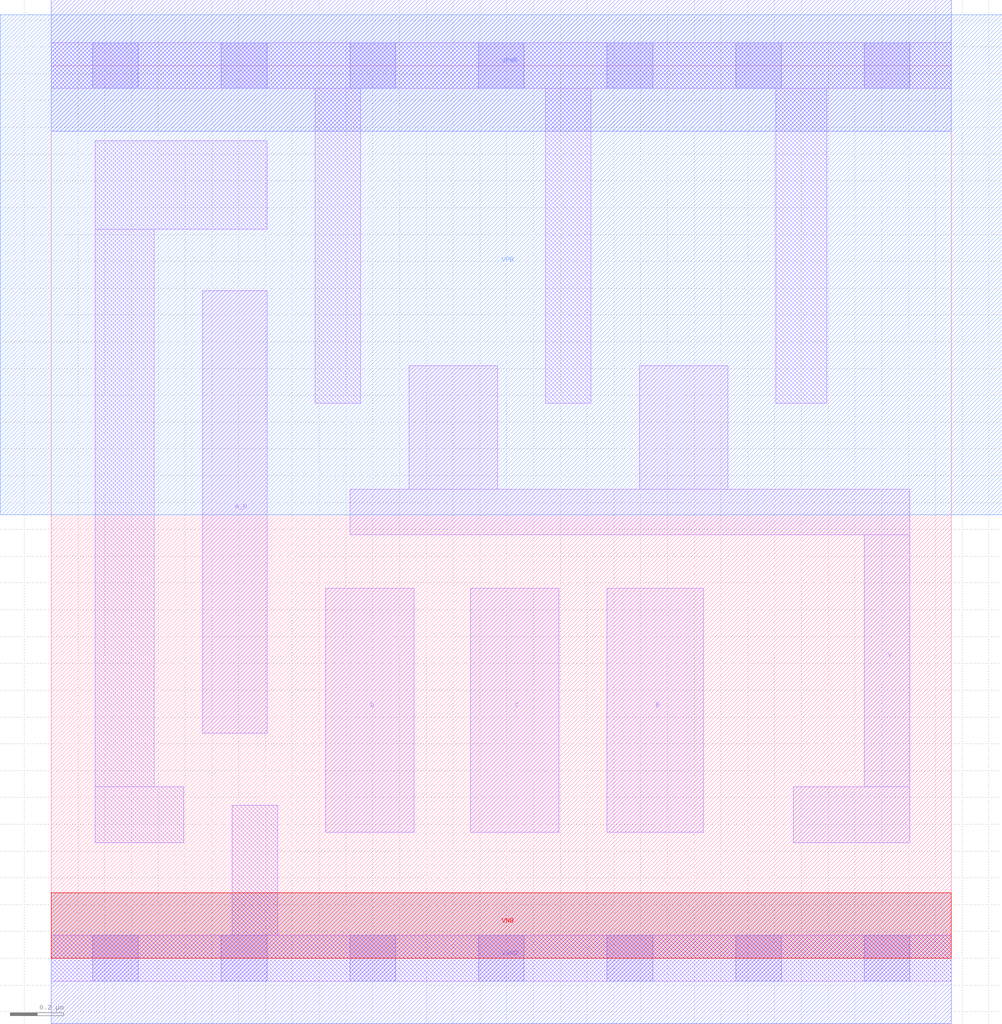
<source format=lef>
# Copyright 2020 The SkyWater PDK Authors
#
# Licensed under the Apache License, Version 2.0 (the "License");
# you may not use this file except in compliance with the License.
# You may obtain a copy of the License at
#
#     https://www.apache.org/licenses/LICENSE-2.0
#
# Unless required by applicable law or agreed to in writing, software
# distributed under the License is distributed on an "AS IS" BASIS,
# WITHOUT WARRANTIES OR CONDITIONS OF ANY KIND, either express or implied.
# See the License for the specific language governing permissions and
# limitations under the License.
#
# SPDX-License-Identifier: Apache-2.0

VERSION 5.7 ;
  NOWIREEXTENSIONATPIN ON ;
  DIVIDERCHAR "/" ;
  BUSBITCHARS "[]" ;
MACRO sky130_fd_sc_lp__nand4b_m
  CLASS CORE ;
  FOREIGN sky130_fd_sc_lp__nand4b_m ;
  ORIGIN  0.000000  0.000000 ;
  SIZE  3.360000 BY  3.330000 ;
  SYMMETRY X Y R90 ;
  SITE unit ;
  PIN A_N
    ANTENNAGATEAREA  0.126000 ;
    DIRECTION INPUT ;
    USE SIGNAL ;
    PORT
      LAYER li1 ;
        RECT 0.565000 0.840000 0.805000 2.490000 ;
    END
  END A_N
  PIN B
    ANTENNAGATEAREA  0.126000 ;
    DIRECTION INPUT ;
    USE SIGNAL ;
    PORT
      LAYER li1 ;
        RECT 2.075000 0.470000 2.435000 1.380000 ;
    END
  END B
  PIN C
    ANTENNAGATEAREA  0.126000 ;
    DIRECTION INPUT ;
    USE SIGNAL ;
    PORT
      LAYER li1 ;
        RECT 1.565000 0.470000 1.895000 1.380000 ;
    END
  END C
  PIN D
    ANTENNAGATEAREA  0.126000 ;
    DIRECTION INPUT ;
    USE SIGNAL ;
    PORT
      LAYER li1 ;
        RECT 1.025000 0.470000 1.355000 1.380000 ;
    END
  END D
  PIN Y
    ANTENNADIFFAREA  0.346500 ;
    DIRECTION OUTPUT ;
    USE SIGNAL ;
    PORT
      LAYER li1 ;
        RECT 1.115000 1.580000 3.205000 1.750000 ;
        RECT 1.335000 1.750000 1.665000 2.210000 ;
        RECT 2.195000 1.750000 2.525000 2.210000 ;
        RECT 2.770000 0.430000 3.205000 0.640000 ;
        RECT 3.035000 0.640000 3.205000 1.580000 ;
    END
  END Y
  PIN VGND
    DIRECTION INOUT ;
    USE GROUND ;
    PORT
      LAYER met1 ;
        RECT 0.000000 -0.245000 3.360000 0.245000 ;
    END
  END VGND
  PIN VNB
    DIRECTION INOUT ;
    USE GROUND ;
    PORT
      LAYER pwell ;
        RECT 0.000000 0.000000 3.360000 0.245000 ;
    END
  END VNB
  PIN VPB
    DIRECTION INOUT ;
    USE POWER ;
    PORT
      LAYER nwell ;
        RECT -0.190000 1.655000 3.550000 3.520000 ;
    END
  END VPB
  PIN VPWR
    DIRECTION INOUT ;
    USE POWER ;
    PORT
      LAYER met1 ;
        RECT 0.000000 3.085000 3.360000 3.575000 ;
    END
  END VPWR
  OBS
    LAYER li1 ;
      RECT 0.000000 -0.085000 3.360000 0.085000 ;
      RECT 0.000000  3.245000 3.360000 3.415000 ;
      RECT 0.165000  0.430000 0.495000 0.640000 ;
      RECT 0.165000  0.640000 0.385000 2.720000 ;
      RECT 0.165000  2.720000 0.805000 3.050000 ;
      RECT 0.675000  0.085000 0.845000 0.570000 ;
      RECT 0.985000  2.070000 1.155000 3.245000 ;
      RECT 1.845000  2.070000 2.015000 3.245000 ;
      RECT 2.705000  2.070000 2.895000 3.245000 ;
    LAYER mcon ;
      RECT 0.155000 -0.085000 0.325000 0.085000 ;
      RECT 0.155000  3.245000 0.325000 3.415000 ;
      RECT 0.635000 -0.085000 0.805000 0.085000 ;
      RECT 0.635000  3.245000 0.805000 3.415000 ;
      RECT 1.115000 -0.085000 1.285000 0.085000 ;
      RECT 1.115000  3.245000 1.285000 3.415000 ;
      RECT 1.595000 -0.085000 1.765000 0.085000 ;
      RECT 1.595000  3.245000 1.765000 3.415000 ;
      RECT 2.075000 -0.085000 2.245000 0.085000 ;
      RECT 2.075000  3.245000 2.245000 3.415000 ;
      RECT 2.555000 -0.085000 2.725000 0.085000 ;
      RECT 2.555000  3.245000 2.725000 3.415000 ;
      RECT 3.035000 -0.085000 3.205000 0.085000 ;
      RECT 3.035000  3.245000 3.205000 3.415000 ;
  END
END sky130_fd_sc_lp__nand4b_m
END LIBRARY

</source>
